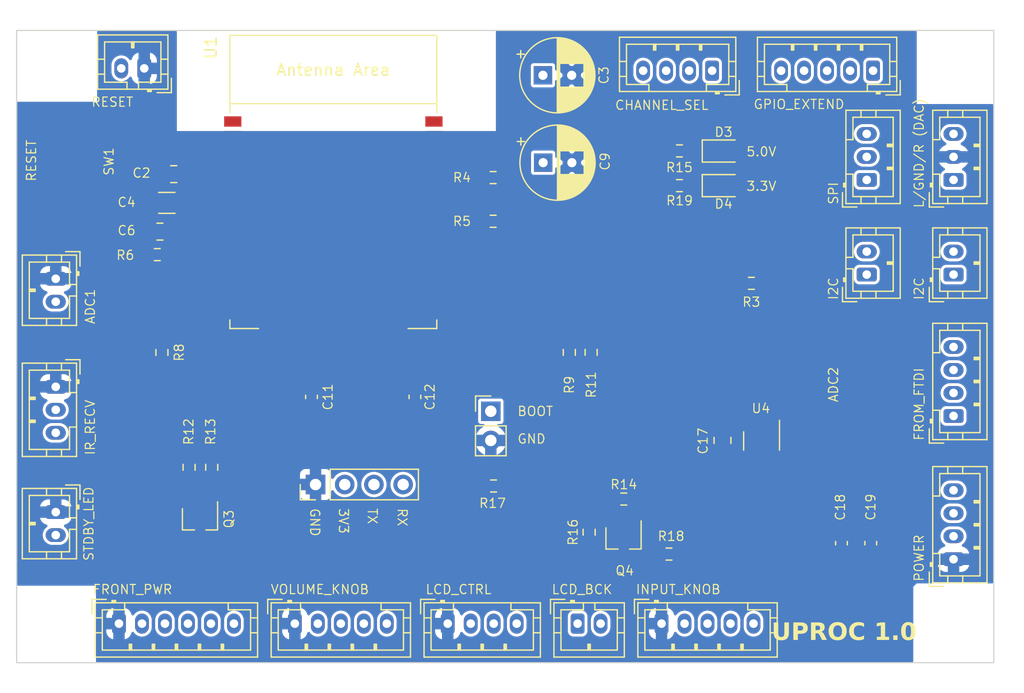
<source format=kicad_pcb>
(kicad_pcb (version 20240108) (generator "pcbnew") (generator_version "8.0")
  (layers (0 "F.Cu" signal) (31 "B.Cu" signal) (34 "B.Paste" user) (35 "F.Paste" user) (36 "B.SilkS" user "B.Silkscreen") (37 "F.SilkS" user "F.Silkscreen") (38 "B.Mask" user) (39 "F.Mask" user) (44 "Edge.Cuts" user))
  (net 0 "")
  (net 1 "GND")
  (net 2 "3V3")
  (net 3 "SCL")
  (net 4 "SDA")
  (net 5 "5V")
  (net 6 "SDA_5V")
  (net 7 "SCL_5V")
  (net 8 "POWER_LED")
  (net 9 "POWER_BUTTON")
  (net 10 "BACKLIGHT")
  (net 11 "TO_BACKLIGHT")
  (net 12 "TO_POWER_LED")
  (net 13 "VOLUME_BUTTON")
  (net 14 "INPUT_BUTTON")
  (net 15 "Net-(D3-A)")
  (net 16 "Net-(D4-A)")
  (net 17 "Net-(J16-Pin_2)")
  (net 18 "Net-(Q3-B)")
  (net 19 "Net-(Q4-B)")
  (net 20 "RX")
  (net 21 "TX")
  (net 22 "ENABLE")
  (net 23 "VOL_CH1")
  (net 24 "VOL_CH2")
  (net 25 "INPUT_CH1")
  (net 26 "INPUT_CH2")
  (net 27 "FRONT_LED")
  (net 28 "BOOT")
  (net 35 "FROM_POWER_LED")
  (net 37 "FROM_BACKLIGHT")
  (net 38 "AGND")
  (net 39 "GPIO_INTA")
  (net 40 "GPIO_INTB")
  (net 41 "GPIO_RESET")
  (net 42 "ADC1")
  (net 43 "IR_RECV")
  (net 44 "SPI_MISO")
  (net 45 "SPI_MOSI")
  (net 46 "SPI_CLK")
  (net 47 "CHANSEL_CS")
  (net 48 "DAC_1")
  (net 49 "DAC_2")
  (footprint "Connector_JST:JST_PH_B6B-PH-K_1x06_P2.00mm_Vertical" (layer "F.Cu") (at 97.8 114.6)
    (property "Reference" "J17" (hide yes))
    (property "Value" "Conn_01x06_Male")
    (pad "1" thru_hole roundrect (at 0 0) (size 1.2 1.75) (drill 0.75) (layers "*.Cu" "*.Mask") (roundrect_rratio 0.2083333333) (net 1 "GND"))
    (pad "2" thru_hole oval (at 2 0) (size 1.2 1.75) (drill 0.75) (layers "*.Cu" "*.Mask") (net 2 "3V3"))
    (pad "3" thru_hole oval (at 4 0) (size 1.2 1.75) (drill 0.75) (layers "*.Cu" "*.Mask") (net 5 "5V"))
    (pad "4" thru_hole oval (at 6 0) (size 1.2 1.75) (drill 0.75) (layers "*.Cu" "*.Mask") (net 12 "TO_POWER_LED"))
    (pad "5" thru_hole oval (at 8 0) (size 1.2 1.75) (drill 0.75) (layers "*.Cu" "*.Mask") (net 35 "FROM_POWER_LED"))
    (pad "6" thru_hole oval (at 10 0) (size 1.2 1.75) (drill 0.75) (layers "*.Cu" "*.Mask") (net 9 "POWER_BUTTON"))
  )
  (footprint "MountingHole:MountingHole_3.2mm_M3" (layer "F.Cu") (at 171.4 115.5)
    (property "Reference" "H2" (hide yes))
    (property "Value" "MountingHole")
    (pad "" np_thru_hole circle (at 0 0) (size 3.2 3.2) (drill 3.2) (layers "*.Cu" "*.Mask"))
  )
  (footprint "Capacitor_THT:CP_Radial_D6.3mm_P2.50mm" (layer "F.Cu") (at 134.7 74.5)
    (property "Reference" "C9" (at 5.3824 -0.1 90) (layer "F.SilkS") (effects (font (size 0.8 0.8) (thickness 0.1))))
    (property "Value" "10V 220u")
    (pad "1" thru_hole rect (at 0 0) (size 1.6 1.6) (drill 0.8) (layers "*.Cu" "*.Mask") (net 2 "3V3"))
    (pad "2" thru_hole circle (at 2.5 0) (size 1.6 1.6) (drill 0.8) (layers "*.Cu" "*.Mask") (net 1 "GND"))
  )
  (footprint "Package_TO_SOT_SMD:TSOT-23" (layer "F.Cu") (at 104.87 105.5 -90)
    (property "Reference" "Q3" (at 0.0025 -2.5 90) (layer "F.SilkS") (effects (font (size 0.8 0.8) (thickness 0.1))))
    (property "Value" "2N3055")
    (pad "1" smd rect (at -1.31 -0.95 270) (size 1.22 0.65) (layers "F.Cu" "F.Paste" "F.Mask") (net 18 "Net-(Q3-B)"))
    (pad "2" smd rect (at -1.31 0.95 270) (size 1.22 0.65) (layers "F.Cu" "F.Paste" "F.Mask") (net 1 "GND"))
    (pad "3" smd rect (at 1.31 0 270) (size 1.22 0.65) (layers "F.Cu" "F.Paste" "F.Mask") (net 35 "FROM_POWER_LED"))
  )
  (footprint "Capacitor_SMD:C_0603_1608Metric_Pad1.08x0.95mm_HandSolder" (layer "F.Cu") (at 114.5475 94.88 -90)
    (property "Reference" "C11" (at 0 -1.43 90) (layer "F.SilkS") (effects (font (size 0.8 0.8) (thickness 0.1))))
    (property "Value" "10N")
    (pad "1" smd roundrect (at -0.8625 0 270) (size 1.075 0.95) (layers "F.Cu" "F.Paste" "F.Mask") (net 1 "GND"))
    (pad "2" smd roundrect (at 0.8625 0 270) (size 1.075 0.95) (layers "F.Cu" "F.Paste" "F.Mask") (net 23 "VOL_CH1"))
  )
  (footprint "PCM_Espressif:ESP32-WROOM-32E" (layer "F.Cu") (at 116.45 77.93)
    (property "Reference" "U1" (at -10.65 -13.43 90) (layer "F.SilkS"))
    (property "Value" "ESP32-WROOM-32")
    (fp_text user "Antenna Area" (at 0 -11.5 0) (layer "F.SilkS"))
    (pad "1" smd rect (at -8.75 -7.01) (size 1.5 0.9) (layers "F.Cu" "F.Paste" "F.Mask") (net 1 "GND"))
    (pad "2" smd rect (at -8.75 -5.74) (size 1.5 0.9) (layers "F.Cu" "F.Paste" "F.Mask") (net 2 "3V3"))
    (pad "3" smd rect (at -8.75 -4.47) (size 1.5 0.9) (layers "F.Cu" "F.Paste" "F.Mask") (net 22 "ENABLE"))
    (pad "4" smd rect (at -8.75 -3.2) (size 1.5 0.9) (layers "F.Cu" "F.Paste" "F.Mask") (net 42 "ADC1"))
    (pad "5" smd rect (at -8.75 -1.93) (size 1.5 0.9) (layers "F.Cu" "F.Paste" "F.Mask") (net 43 "IR_RECV"))
    (pad "6" smd rect (at -8.75 -0.66) (size 1.5 0.9) (layers "F.Cu" "F.Paste" "F.Mask") (net 39 "GPIO_INTA"))
    (pad "7" smd rect (at -8.75 0.61) (size 1.5 0.9) (layers "F.Cu" "F.Paste" "F.Mask") (net 40 "GPIO_INTB"))
    (pad "8" smd rect (at -8.75 1.88) (size 1.5 0.9) (layers "F.Cu" "F.Paste" "F.Mask") (net 9 "POWER_BUTTON"))
    (pad "9" smd rect (at -8.75 3.15) (size 1.5 0.9) (layers "F.Cu" "F.Paste" "F.Mask") (net 41 "GPIO_RESET"))
    (pad "10" smd rect (at -8.75 4.42) (size 1.5 0.9) (layers "F.Cu" "F.Paste" "F.Mask") (net 48 "DAC_1"))
    (pad "11" smd rect (at -8.75 5.69) (size 1.5 0.9) (layers "F.Cu" "F.Paste" "F.Mask") (net 49 "DAC_2"))
    (pad "12" smd rect (at -8.75 6.96) (size 1.5 0.9) (layers "F.Cu" "F.Paste" "F.Mask") (net 27 "FRONT_LED"))
    (pad "13" smd rect (at -8.75 8.23) (size 1.5 0.9) (layers "F.Cu" "F.Paste" "F.Mask") (net 8 "POWER_LED"))
    (pad "14" smd rect (at -8.75 9.5) (size 1.5 0.9) (layers "F.Cu" "F.Paste" "F.Mask") (net 13 "VOLUME_BUTTON"))
    (pad "15" smd rect (at -5.72 10.75 90) (size 1.5 0.9) (layers "F.Cu" "F.Paste" "F.Mask") (net 1 "GND"))
    (pad "16" smd rect (at -4.45 10.75 90) (size 1.5 0.9) (layers "F.Cu" "F.Paste" "F.Mask") (net 23 "VOL_CH1"))
    (pad "17" smd rect (at -3.18 10.75 90) (size 1.5 0.9) (layers "F.Cu" "F.Paste" "F.Mask"))
    (pad "18" smd rect (at -1.91 10.75 90) (size 1.5 0.9) (layers "F.Cu" "F.Paste" "F.Mask"))
    (pad "19" smd rect (at -0.64 10.75 90) (size 1.5 0.9) (layers "F.Cu" "F.Paste" "F.Mask"))
    (pad "20" smd rect (at 0.63 10.75 90) (size 1.5 0.9) (layers "F.Cu" "F.Paste" "F.Mask"))
    (pad "21" smd rect (at 1.9 10.75 90) (size 1.5 0.9) (layers "F.Cu" "F.Paste" "F.Mask"))
    (pad "22" smd rect (at 3.17 10.75 90) (size 1.5 0.9) (layers "F.Cu" "F.Paste" "F.Mask"))
    (pad "23" smd rect (at 4.44 10.75 90) (size 1.5 0.9) (layers "F.Cu" "F.Paste" "F.Mask") (net 24 "VOL_CH2"))
    (pad "24" smd rect (at 5.71 10.75 90) (size 1.5 0.9) (layers "F.Cu" "F.Paste" "F.Mask") (net 10 "BACKLIGHT"))
    (pad "25" smd rect (at 8.75 9.5 180) (size 1.5 0.9) (layers "F.Cu" "F.Paste" "F.Mask") (net 28 "BOOT"))
    (pad "26" smd rect (at 8.75 8.23 180) (size 1.5 0.9) (layers "F.Cu" "F.Paste" "F.Mask") (net 25 "INPUT_CH1"))
    (pad "27" smd rect (at 8.75 6.96 180) (size 1.5 0.9) (layers "F.Cu" "F.Paste" "F.Mask") (net 26 "INPUT_CH2"))
    (pad "28" smd rect (at 8.75 5.69 180) (size 1.5 0.9) (layers "F.Cu" "F.Paste" "F.Mask") (net 14 "INPUT_BUTTON"))
    (pad "29" smd rect (at 8.75 4.42 180) (size 1.5 0.9) (layers "F.Cu" "F.Paste" "F.Mask") (net 47 "CHANSEL_CS"))
    (pad "30" smd rect (at 8.75 3.15 180) (size 1.5 0.9) (layers "F.Cu" "F.Paste" "F.Mask") (net 46 "SPI_CLK"))
    (pad "31" smd rect (at 8.75 1.88 180) (size 1.5 0.9) (layers "F.Cu" "F.Paste" "F.Mask") (net 44 "SPI_MISO"))
    (pad "32" smd rect (at 8.75 0.61 180) (size 1.5 0.9) (layers "F.Cu" "F.Paste" "F.Mask"))
    (pad "33" smd rect (at 8.75 -0.66 180) (size 1.5 0.9) (layers "F.Cu" "F.Paste" "F.Mask") (net 4 "SDA"))
    (pad "34" smd rect (at 8.75 -1.93 180) (size 1.5 0.9) (layers "F.Cu" "F.Paste" "F.Mask") (net 20 "RX"))
    (pad "35" smd rect (at 8.75 -3.2 180) (size 1.5 0.9) (layers "F.Cu" "F.Paste" "F.Mask") (net 21 "TX"))
    (pad "36" smd rect (at 8.75 -4.47 180) (size 1.5 0.9) (layers "F.Cu" "F.Paste" "F.Mask") (net 3 "SCL"))
    (pad "37" smd rect (at 8.75 -5.74 180) (size 1.5 0.9) (layers "F.Cu" "F.Paste" "F.Mask") (net 45 "SPI_MOSI"))
    (pad "38" smd rect (at 8.75 -7.01 180) (size 1.5 0.9) (layers "F.Cu" "F.Paste" "F.Mask") (net 1 "GND"))
    (pad "39" smd rect (at -2.9 -0.69 180) (size 0.9 0.9) (layers "F.Cu" "F.Paste" "F.Mask") (net 1 "GND"))
    (pad "39" smd rect (at -2.9 -0.69 180) (size 0.9 0.9) (layers "F.Cu" "F.Paste" "F.Mask") (net 1 "GND"))
    (pad "39" smd rect (at -2.9 0.71 180) (size 0.9 0.9) (layers "F.Cu" "F.Paste" "F.Mask") (net 1 "GND"))
    (pad "39" smd rect (at -2.9 2.11 180) (size 0.9 0.9) (layers "F.Cu" "F.Paste" "F.Mask") (net 1 "GND"))
    (pad "39" smd rect (at -2.9 2.11 180) (size 0.9 0.9) (layers "F.Cu" "F.Paste" "F.Mask") (net 1 "GND"))
    (pad "39" smd rect (at -1.5 -0.69 180) (size 0.9 0.9) (layers "F.Cu" "F.Paste" "F.Mask") (net 1 "GND"))
    (pad "39" smd rect (at -1.5 0.71 180) (size 0.9 0.9) (layers "F.Cu" "F.Paste" "F.Mask") (net 1 "GND"))
    (pad "39" smd rect (at -1.5 2.11 180) (size 0.9 0.9) (layers "F.Cu" "F.Paste" "F.Mask") (net 1 "GND"))
    (pad "39" smd rect (at -1.5 2.11 180) (size 0.9 0.9) (layers "F.Cu" "F.Paste" "F.Mask") (net 1 "GND"))
    (pad "39" smd rect (at -0.1 -0.69 180) (size 0.9 0.9) (layers "F.Cu" "F.Paste" "F.Mask") (net 1 "GND"))
    (pad "39" smd rect (at -0.1 0.71 180) (size 0.9 0.9) (layers "F.Cu" "F.Paste" "F.Mask") (net 1 "GND"))
    (pad "39" smd rect (at -0.1 2.11 180) (size 0.9 0.9) (layers "F.Cu" "F.Paste" "F.Mask") (net 1 "GND"))
    (zone (net 0) (net_name "") (layers "*.Cu") (name "antenna keepout") (connect_pads (clearance 0)) (min_thickness 0.254)
      (keepout (tracks not_allowed) (vias not_allowed) (pads not_allowed) (copperpour not_allowed) (footprints not_allowed))
      (fill (thermal_gap 0.508) (thermal_bridge_width 0.508))
      (polygon (pts (xy 125.45 69.38) (xy 107.45 69.38) (xy 107.45 63.43) (xy 125.45 63.43)))
    )
  )
  (footprint "MountingHole:MountingHole_3.2mm_M3" (layer "F.Cu") (at 91.4 65.5 90)
    (property "Reference" "H1" (hide yes))
    (property "Value" "MountingHole")
    (pad "" np_thru_hole circle (at 0 0 90) (size 3.2 3.2) (drill 3.2) (layers "*.Cu" "*.Mask"))
  )
  (footprint "Capacitor_SMD:C_0603_1608Metric_Pad1.08x0.95mm_HandSolder" (layer "F.Cu") (at 160.65 107.6 90)
    (property "Reference" "C18" (at 3.1225 -0.1025 90) (layer "F.SilkS") (effects (font (size 0.8 0.8) (thickness 0.1))))
    (property "Value" "10N")
    (pad "1" smd roundrect (at -0.8625 0 90) (size 1.075 0.95) (layers "F.Cu" "F.Paste" "F.Mask") (net 1 "GND"))
    (pad "2" smd roundrect (at 0.8625 0 90) (size 1.075 0.95) (layers "F.Cu" "F.Paste" "F.Mask") (net 25 "INPUT_CH1"))
  )
  (footprint "Resistor_SMD:R_0603_1608Metric_Pad0.98x0.95mm_HandSolder" (layer "F.Cu") (at 130.35 75.8 180)
    (property "Reference" "R4" (at 2.7125 0 0) (layer "F.SilkS") (effects (font (size 0.8 0.8) (thickness 0.1))))
    (property "Value" "10K")
    (pad "1" smd roundrect (at -0.9125 0 180) (size 0.975 0.95) (layers "F.Cu" "F.Paste" "F.Mask") (net 2 "3V3"))
    (pad "2" smd roundrect (at 0.9125 0 180) (size 0.975 0.95) (layers "F.Cu" "F.Paste" "F.Mask") (net 3 "SCL"))
  )
  (footprint "MountingHole:MountingHole_3.2mm_M3" (layer "F.Cu") (at 91.4 115.5 90)
    (property "Reference" "H4" (hide yes))
    (property "Value" "MountingHole")
    (pad "" np_thru_hole circle (at 0 0 90) (size 3.2 3.2) (drill 3.2) (layers "*.Cu" "*.Mask"))
  )
  (footprint "Connector_JST:JST_PH_B5B-PH-K_1x05_P2.00mm_Vertical" (layer "F.Cu") (at 163.4 66.5 180)
    (property "Reference" "J2" (hide yes))
    (property "Value" "Conn_01x05_Pin")
    (pad "1" thru_hole roundrect (at 0 0 180) (size 1.2 1.75) (drill 0.75) (layers "*.Cu" "*.Mask") (roundrect_rratio 0.208333) (net 3 "SCL"))
    (pad "2" thru_hole oval (at 2 0 180) (size 1.2 1.75) (drill 0.75) (layers "*.Cu" "*.Mask") (net 4 "SDA"))
    (pad "3" thru_hole oval (at 4 0 180) (size 1.2 1.75) (drill 0.75) (layers "*.Cu" "*.Mask") (net 39 "GPIO_INTA"))
    (pad "4" thru_hole oval (at 6 0 180) (size 1.2 1.75) (drill 0.75) (layers "*.Cu" "*.Mask") (net 40 "GPIO_INTB"))
    (pad "5" thru_hole oval (at 8 0 180) (size 1.2 1.75) (drill 0.75) (layers "*.Cu" "*.Mask") (net 41 "GPIO_RESET"))
  )
  (footprint "Capacitor_SMD:C_0805_2012Metric_Pad1.18x1.45mm_HandSolder" (layer "F.Cu") (at 101.3625 80.5)
    (property "Reference" "C6" (at -2.9 -0.1 0) (layer "F.SilkS") (effects (font (size 0.8 0.8) (thickness 0.1))))
    (property "Value" "0.1U")
    (pad "1" smd roundrect (at -1.0375 0) (size 1.175 1.45) (layers "F.Cu" "F.Paste" "F.Mask") (roundrect_rratio 0.2127659574) (net 1 "GND"))
    (pad "2" smd roundrect (at 1.0375 0) (size 1.175 1.45) (layers "F.Cu" "F.Paste" "F.Mask") (roundrect_rratio 0.2127659574) (net 22 "ENABLE"))
  )
  (footprint "Connector_JST:JST_PH_B2B-PH-K_1x02_P2.00mm_Vertical" (layer "F.Cu") (at 100 66.3 180)
    (property "Reference" "J1" (hide yes))
    (property "Value" "Conn_01x02_Male")
    (pad "1" thru_hole roundrect (at 0 0 180) (size 1.2 1.75) (drill 0.75) (layers "*.Cu" "*.Mask") (roundrect_rratio 0.2083333333) (net 1 "GND"))
    (pad "2" thru_hole oval (at 2 0 180) (size 1.2 1.75) (drill 0.75) (layers "*.Cu" "*.Mask") (net 22 "ENABLE"))
  )
  (footprint "Capacitor_SMD:C_1206_3216Metric_Pad1.33x1.80mm_HandSolder" (layer "F.Cu") (at 101.9625 78 180)
    (property "Reference" "C4" (at 3.5 0.05 0) (layer "F.SilkS") (effects (font (size 0.8 0.8) (thickness 0.1))))
    (property "Value" "10U")
    (pad "1" smd roundrect (at -1.5625 0 180) (size 1.325 1.8) (layers "F.Cu" "F.Paste" "F.Mask") (roundrect_rratio 0.1886792453) (net 2 "3V3"))
    (pad "2" smd roundrect (at 1.5625 0 180) (size 1.325 1.8) (layers "F.Cu" "F.Paste" "F.Mask") (roundrect_rratio 0.1886792453) (net 1 "GND"))
  )
  (footprint "Connector_JST:JST_PH_B4B-PH-K_1x04_P2.00mm_Vertical" (layer "F.Cu") (at 170.4 96.5349 90)
    (property "Reference" "J14" (hide yes))
    (property "Value" "Conn_01x04_Pin")
    (pad "1" thru_hole roundrect (at 0 0 90) (size 1.2 1.75) (drill 0.75) (layers "*.Cu" "*.Mask") (roundrect_rratio 0.208333) (net 20 "RX"))
    (pad "2" thru_hole oval (at 2 0 90) (size 1.2 1.75) (drill 0.75) (layers "*.Cu" "*.Mask") (net 21 "TX"))
    (pad "3" thru_hole oval (at 4 0 90) (size 1.2 1.75) (drill 0.75) (layers "*.Cu" "*.Mask") (net 22 "ENABLE"))
    (pad "4" thru_hole oval (at 6 0 90) (size 1.2 1.75) (drill 0.75) (layers "*.Cu" "*.Mask") (net 28 "BOOT"))
  )
  (footprint "Resistor_SMD:R_0603_1608Metric_Pad0.98x0.95mm_HandSolder" (layer "F.Cu") (at 105.87 101 90)
    (property "Reference" "R13" (at 3.1 -0.1 90) (layer "F.SilkS") (effects (font (size 0.8 0.8) (thickness 0.1))))
    (property "Value" "1K")
    (pad "1" smd roundrect (at -0.9125 0 90) (size 0.975 0.95) (layers "F.Cu" "F.Paste" "F.Mask") (net 8 "POWER_LED"))
    (pad "2" smd roundrect (at 0.9125 0 90) (size 0.975 0.95) (layers "F.Cu" "F.Paste" "F.Mask") (net 18 "Net-(Q3-B)"))
  )
  (footprint "Resistor_SMD:R_0603_1608Metric_Pad0.98x0.95mm_HandSolder" (layer "F.Cu") (at 103.9 101 -90)
    (property "Reference" "R12" (at -3.1 0.03 90) (layer "F.SilkS") (effects (font (size 0.8 0.8) (thickness 0.1))))
    (property "Value" "700R")
    (pad "1" smd roundrect (at -0.9125 0 270) (size 0.975 0.95) (layers "F.Cu" "F.Paste" "F.Mask") (net 12 "TO_POWER_LED"))
    (pad "2" smd roundrect (at 0.9125 0 270) (size 0.975 0.95) (layers "F.Cu" "F.Paste" "F.Mask") (net 5 "5V"))
  )
  (footprint "LED_SMD:LED_0805_2012Metric_Pad1.15x1.40mm_HandSolder" (layer "F.Cu") (at 150.4 73.49)
    (property "Reference" "D3" (at 0 -1.65 0) (layer "F.SilkS") (effects (font (size 0.8 0.8) (thickness 0.1))))
    (property "Value" "ORANGE")
    (pad "1" smd roundrect (at -1.025 0) (size 1.15 1.4) (layers "F.Cu" "F.Paste" "F.Mask") (roundrect_rratio 0.2173913043) (net 1 "GND"))
    (pad "2" smd roundrect (at 1.025 0) (size 1.15 1.4) (layers "F.Cu" "F.Paste" "F.Mask") (roundrect_rratio 0.2173913043) (net 15 "Net-(D3-A)"))
  )
  (footprint "Capacitor_THT:CP_Radial_D6.3mm_P2.50mm" (layer "F.Cu") (at 134.6824 66.9)
    (property "Reference" "C3" (at 5.3 0 90) (layer "F.SilkS") (effects (font (size 0.8 0.8) (thickness 0.1))))
    (property "Value" "10V 220u")
    (pad "1" thru_hole rect (at 0 0) (size 1.6 1.6) (drill 0.8) (layers "*.Cu" "*.Mask") (net 5 "5V"))
    (pad "2" thru_hole circle (at 2.5 0) (size 1.6 1.6) (drill 0.8) (layers "*.Cu" "*.Mask") (net 1 "GND"))
  )
  (footprint "Resistor_SMD:R_0603_1608Metric_Pad0.98x0.95mm_HandSolder" (layer "F.Cu") (at 101.1325 82.5)
    (property "Reference" "R6" (at -2.78 0.05 0) (layer "F.SilkS") (effects (font (size 0.8 0.8) (thickness 0.1))))
    (property "Value" "4.7K")
    (pad "1" smd roundrect (at -0.9125 0) (size 0.975 0.95) (layers "F.Cu" "F.Paste" "F.Mask") (net 2 "3V3"))
    (pad "2" smd roundrect (at 0.9125 0) (size 0.975 0.95) (layers "F.Cu" "F.Paste" "F.Mask") (net 22 "ENABLE"))
  )
  (footprint "Capacitor_SMD:C_0805_2012Metric_Pad1.18x1.45mm_HandSolder" (layer "F.Cu") (at 150.3 98.6625 90)
    (property "Reference" "C17" (at -0.05 -1.7 90) (layer "F.SilkS") (effects (font (size 0.8 0.8) (thickness 0.1))))
    (property "Value" "100n")
    (pad "1" smd roundrect (at -1.0375 0 90) (size 1.175 1.45) (layers "F.Cu" "F.Paste" "F.Mask") (roundrect_rratio 0.2127659574) (net 2 "3V3"))
    (pad "2" smd roundrect (at 1.0375 0 90) (size 1.175 1.45) (layers "F.Cu" "F.Paste" "F.Mask") (roundrect_rratio 0.2127659574) (net 1 "GND"))
  )
  (footprint "Connector_PinHeader_2.54mm:PinHeader_1x04_P2.54mm_Vertical" (layer "F.Cu") (at 114.9 102.5 90)
    (property "Reference" "J23" (hide yes))
    (property "Value" "Conn_01x04_Pin")
    (pad "1" thru_hole rect (at 0 0 90) (size 1.7 1.7) (drill 1) (layers "*.Cu" "*.Mask") (net 1 "GND"))
    (pad "2" thru_hole oval (at 0 2.54 90) (size 1.7 1.7) (drill 1) (layers "*.Cu" "*.Mask") (net 2 "3V3"))
    (pad "3" thru_hole oval (at 0 5.08 90) (size 1.7 1.7) (drill 1) (layers "*.Cu" "*.Mask") (net 21 "TX"))
    (pad "4" thru_hole oval (at 0 7.62 90) (size 1.7 1.7) (drill 1) (layers "*.Cu" "*.Mask") (net 20 "RX"))
  )
  (footprint "Package_TO_SOT_SMD:SOT-23-6" (layer "F.Cu") (at 153.7 98.7125 -90)
    (property "Reference" "U4" (at -2.835 0.0525 0) (layer "F.SilkS") (effects (font (size 0.8 0.8) (thickness 0.1))))
    (property "Value" "TMP100")
    (pad "1" smd roundrect (at -1.1375 -0.95 270) (size 1.325 0.6) (layers "F.Cu" "F.Paste" "F.Mask") (net 3 "SCL"))
    (pad "2" smd roundrect (at -1.1375 0 270) (size 1.325 0.6) (layers "F.Cu" "F.Paste" "F.Mask") (net 1 "GND"))
    (pad "3" smd roundrect (at -1.1375 0.95 270) (size 1.325 0.6) (layers "F.Cu" "F.Paste" "F.Mask") (net 1 "GND"))
    (pad "4" smd roundrect (at 1.1375 0.95 270) (size 1.325 0.6) (layers "F.Cu" "F.Paste" "F.Mask") (net 2 "3V3"))
    (pad "5" smd roundrect (at 1.1375 0 270) (size 1.325 0.6) (layers "F.Cu" "F.Paste" "F.Mask") (net 1 "GND"))
    (pad "6" smd roundrect (at 1.1375 -0.95 270) (size 1.325 0.6) (layers "F.Cu" "F.Paste" "F.Mask") (net 4 "SDA"))
  )
  (footprint "Resistor_SMD:R_0603_1608Metric_Pad0.98x0.95mm_HandSolder" (layer "F.Cu") (at 138.7 106.648 90)
    (property "Reference" "R16" (at 0 -1.402988 90) (layer "F.SilkS") (effects (font (size 0.8 0.8) (thickness 0.1))))
    (property "Value" "4.7K")
    (pad "1" smd roundrect (at -0.9125 0 90) (size 0.975 0.95) (layers "F.Cu" "F.Paste" "F.Mask") (net 10 "BACKLIGHT"))
    (pad "2" smd roundrect (at 0.9125 0 90) (size 0.975 0.95) (layers "F.Cu" "F.Paste" "F.Mask") (net 1 "GND"))
  )
  (footprint "Capacitor_SMD:C_0805_2012Metric_Pad1.18x1.45mm_HandSolder" (layer "F.Cu") (at 102.5625 75.5 180)
    (property "Reference" "C2" (at 2.8 0.1 0) (layer "F.SilkS") (effects (font (size 0.8 0.8) (thickness 0.1))))
    (property "Value" "10N")
    (pad "1" smd roundrect (at -1.0375 0 180) (size 1.175 1.45) (layers "F.Cu" "F.Paste" "F.Mask") (roundrect_rratio 0.2127659574) (net 2 "3V3"))
    (pad "2" smd roundrect (at 1.0375 0 180) (size 1.175 1.45) (layers "F.Cu" "F.Paste" "F.Mask") (roundrect_rratio 0.2127659574) (net 1 "GND"))
  )
  (footprint "Resistor_SMD:R_0603_1608Metric_Pad0.98x0.95mm_HandSolder" (layer "F.Cu") (at 130.35 79.6 180)
    (property "Reference" "R5" (at 2.7125 0 0) (layer "F.SilkS") (effects (font (size 0.8 0.8) (thickness 0.1))))
    (property "Value" "10K")
    (pad "1" smd roundrect (at -0.9125 0 180) (size 0.975 0.95) (layers "F.Cu" "F.Paste" "F.Mask") (net 2 "3V3"))
    (pad "2" smd roundrect (at 0.9125 0 180) (size 0.975 0.95) (layers "F.Cu" "F.Paste" "F.Mask") (net 4 "SDA"))
  )
  (footprint "Resistor_SMD:R_0603_1608Metric_Pad0.98x0.95mm_HandSolder" (layer "F.Cu") (at 130.3875 102.6275)
    (property "Reference" "R17" (at -0.0875 1.5 0) (layer "F.SilkS") (effects (font (size 0.8 0.8) (thickness 0.1))))
    (property "Value" "4.7K")
    (pad "1" smd roundrect (at -0.9125 0) (size 0.975 0.95) (layers "F.Cu" "F.Paste" "F.Mask") (net 2 "3V3"))
    (pad "2" smd roundrect (at 0.9125 0) (size 0.975 0.95) (layers "F.Cu" "F.Paste" "F.Mask") (net 28 "BOOT"))
  )
  (footprint "Connector_JST:JST_PH_B2B-PH-K_1x02_P2.00mm_Vertical" (layer "F.Cu") (at 162.85 84.2362 90)
    (property "Reference" "J8" (hide yes))
    (property "Value" "Conn_01x02_Male")
    (pad "1" thru_hole roundrect (at 0 0 90) (size 1.2 1.75) (drill 0.75) (layers "*.Cu" "*.Mask") (roundrect_rratio 0.208333) (net 3 "SCL"))
    (pad "2" thru_hole oval (at 2 0 90) (size 1.2 1.75) (drill 0.75) (layers "*.Cu" "*.Mask") (net 4 "SDA"))
  )
  (footprint "Resistor_SMD:R_0603_1608Metric_Pad0.98x0.95mm_HandSolder" (layer "F.Cu") (at 152.8125 85 180)
    (property "Reference" "R3" (at 0 -1.6275 0) (layer "F.SilkS") (effects (font (size 0.8 0.8) (thickness 0.1))))
    (property "Value" "4.7K")
    (pad "1" smd roundrect (at -0.9125 0 180) (size 0.975 0.95) (layers "F.Cu" "F.Paste" "F.Mask") (net 1 "GND"))
    (pad "2" smd roundrect (at 0.9125 0 180) (size 0.975 0.95) (layers "F.Cu" "F.Paste" "F.Mask") (net 41 "GPIO_RESET"))
  )
  (footprint "Connector_JST:JST_PH_B4B-PH-K_1x04_P2.00mm_Vertical" (layer "F.Cu") (at 126.4 114.6)
    (property "Reference" "J19" (hide yes))
    (property "Value" "Conn_01x04_Pin")
    (pad "1" thru_hole roundrect (at 0 0) (size 1.2 1.75) (drill 0.75) (layers "*.Cu" "*.Mask") (roundrect_rratio 0.208333) (net 1 "GND"))
    (pad "2" thru_hole oval (at 2 0) (size 1.2 1.75) (drill 0.75) (layers "*.Cu" "*.Mask") (net 5 "5V"))
    (pad "3" thru_hole oval (at 4 0) (size 1.2 1.75) (drill 0.75) (layers "*.Cu" "*.Mask") (net 6 "SDA_5V"))
    (pad "4" thru_hole oval (at 6 0) (size 1.2 1.75) (drill 0.75) (layers "*.Cu" "*.Mask") (net 7 "SCL_5V"))
  )
  (footprint "Connector_JST:JST_PH_B2B-PH-K_1x02_P2.00mm_Vertical" (layer "F.Cu") (at 137.7 114.6)
    (property "Reference" "J20" (hide yes))
    (property "Value" "Conn_01x02_Male")
    (pad "1" thru_hole roundrect (at 0 0) (size 1.2 1.75) (drill 0.75) (layers "*.Cu" "*.Mask") (roundrect_rratio 0.208333) (net 11 "TO_BACKLIGHT"))
    (pad "2" thru_hole oval (at 2 0) (size 1.2 1.75) (drill 0.75) (layers "*.Cu" "*.Mask") (net 37 "FROM_BACKLIGHT"))
  )
  (footprint "Connector_JST:JST_PH_B3B-PH-K_1x03_P2.00mm_Vertical" (layer "F.Cu") (at 162.85 76 90)
    (property "Reference" "J13" (hide yes))
    (property "Value" "Conn_01x03_Pin")
    (pad "1" thru_hole roundrect (at 0 0 90) (size 1.2 1.75) (drill 0.75) (layers "*.Cu" "*.Mask") (roundrect_rratio 0.208333) (net 44 "SPI_MISO"))
    (pad "2" thru_hole oval (at 2 0 90) (size 1.2 1.75) (drill 0.75) (layers "*.Cu" "*.Mask") (net 45 "SPI_MOSI"))
    (pad "3" thru_hole oval (at 4 0 90) (size 1.2 1.75) (drill 0.75) (layers "*.Cu" "*.Mask") (net 46 "SPI_CLK"))
  )
  (footprint "Resistor_SMD:R_0603_1608Metric_Pad0.98x0.95mm_HandSolder" (layer "F.Cu") (at 136.9752 91.0034 90)
    (property "Reference" "R9" (at -2.829072 0.000795 90) (layer "F.SilkS") (effects (font (size 0.8 0.8) (thickness 0.1))))
    (property "Value" "10K")
    (pad "1" smd roundrect (at -0.9125 0 90) (size 0.975 0.95) (layers "F.Cu" "F.Paste" "F.Mask") (net 5 "5V"))
    (pad "2" smd roundrect (at 0.9125 0 90) (size 0.975 0.95) (layers "F.Cu" "F.Paste" "F.Mask") (net 6 "SDA_5V"))
  )
  (footprint "Package_TO_SOT_SMD:TSOT-23" (layer "F.Cu") (at 141.7139 107.1634 -90)
    (property "Reference" "Q4" (at 2.836565 -0.083103 0) (layer "F.SilkS") (effects (font (size 0.8 0.8) (thickness 0.1))))
    (property "Value" "2N3055")
    (pad "1" smd rect (at -1.31 -0.95 270) (size 1.22 0.65) (layers "F.Cu" "F.Paste" "F.Mask") (net 19 "Net-(Q4-B)"))
    (pad "2" smd rect (at -1.31 0.95 270) (size 1.22 0.65) (layers "F.Cu" "F.Paste" "F.Mask") (net 1 "GND"))
    (pad "3" smd rect (at 1.31 0 270) (size 1.22 0.65) (layers "F.Cu" "F.Paste" "F.Mask") (net 37 "FROM_BACKLIGHT"))
  )
  (footprint "Resistor_SMD:R_0603_1608Metric_Pad0.98x0.95mm_HandSolder" (layer "F.Cu") (at 141.7139 103.7634 180)
    (property "Reference" "R14" (at 0 1.263435 0) (layer "F.SilkS") (effects (font (size 0.8 0.8) (thickness 0.1))))
    (property "Value" "1K")
    (pad "1" smd roundrect (at -0.9125 0 180) (size 0.975 0.95) (layers "F.Cu" "F.Paste" "F.Mask") (net 10 "BACKLIGHT"))
    (pad "2" smd roundrect (at 0.9125 0 180) (size 0.975 0.95) (layers "F.Cu" "F.Paste" "F.Mask") (net 19 "Net-(Q4-B)"))
  )
  (footprint "Connector_JST:JST_PH_B4B-PH-K_1x04_P2.00mm_Vertical" (layer "F.Cu") (at 149.4 66.5 180)
    (property "Reference" "J15" (hide yes))
    (property "Value" "Conn_01x04_Pin")
    (pad "1" thru_hole roundrect (at 0 0 180) (size 1.2 1.75) (drill 0.75) (layers "*.Cu" "*.Mask") (roundrect_rratio 0.208333) (net 44 "SPI_MISO"))
    (pad "2" thru_hole oval (at 2 0 180) (size 1.2 1.75) (drill 0.75) (layers "*.Cu" "*.Mask") (net 45 "SPI_MOSI"))
    (pad "3" thru_hole oval (at 4 0 180) (size 1.2 1.75) (drill 0.75) (layers "*.Cu" "*.Mask") (net 46 "SPI_CLK"))
    (pad "4" thru_hole oval (at 6 0 180) (size 1.2 1.75) (drill 0.75) (layers "*.Cu" "*.Mask") (net 47 "CHANSEL_CS"))
  )
  (footprint "Resistor_SMD:R_0603_1608Metric_Pad0.98x0.95mm_HandSolder" (layer "F.Cu") (at 101.5375 91.0125 90)
    (property "Reference" "R8" (at 0 1.5 90) (layer "F.SilkS") (effects (font (size 0.8 0.8) (thickness 0.1))))
    (property "Value" "75R")
    (pad "1" smd roundrect (at -0.9125 0 90) (size 0.975 0.95) (layers "F.Cu" "F.Paste" "F.Mask") (net 17 "Net-(J16-Pin_2)"))
    (pad "2" smd roundrect (at 0.9125 0 90) (size 0.975 0.95) (layers "F.Cu" "F.Paste" "F.Mask") (net 27 "FRONT_LED"))
  )
  (footprint "Components:Button Aliexpress 4x4" (layer "F.Cu") (at 97.425 74.4 90)
    (property "Reference" "SW1" (at 0 -0.5 90) (layer "F.SilkS") (effects (font (size 0.8 0.8) (thickness 0.1))))
    (property "Value" "SW_Push")
    (pad "1" smd roundrect (at -2.6 -5.8 90) (size 2 1) (layers "F.Cu" "F.Paste" "F.Mask") (net 1 "GND"))
    (pad "1" smd roundrect (at 2.4 -5.8 90) (size 2 1) (layers "F.Cu" "F.Paste" "F.Mask") (net 1 "GND"))
    (pad "2" smd roundrect (at -2.6 -2 90) (size 2 1) (layers "F.Cu" "F.Paste" "F.Mask") (net 22 "ENABLE"))
    (pad "2" smd roundrect (at 2.4 -2 90) (size 2 1) (layers "F.Cu" "F.Paste" "F.Mask") (net 22 "ENABLE"))
  )
  (footprint "Capacitor_SMD:C_0603_1608Metric_Pad1.08x0.95mm_HandSolder" (layer "F.Cu") (at 123.5475 94.88 -90)
    (property "Reference" "C12" (at 0 -1.3 90) (layer "F.SilkS") (effects (font (size 0.8 0.8) (thickness 0.1))))
    (property "Value" "10N")
    (pad "1" smd roundrect (at -0.8625 0 270) (size 1.075 0.95) (layers "F.Cu" "F.Paste" "F.Mask") (net 1 "GND"))
    (pad "2" smd roundrect (at 0.8625 0 270) (size 1.075 0.95) (layers "F.Cu" "F.Paste" "F.Mask") (net 24 "VOL_CH2"))
  )
  (footprint "Capacitor_SMD:C_0603_1608Metric_Pad1.08x0.95mm_HandSolder" (layer "F.Cu") (at 163.2 107.6 90)
    (property "Reference" "C19" (at 3.135 -0.0025 90) (layer "F.SilkS") (effects (font (size 0.8 0.8) (thickness 0.1))))
    (property "Value" "10N")
    (pad "1" smd roundrect (at -0.8625 0 90) (size 1.075 0.95) (layers "F.Cu" "F.Paste" "F.Mask") (net 1 "GND"))
    (pad "2" smd roundrect (at 0.8625 0 90) (size 1.075 0.95) (layers "F.Cu" "F.Paste" "F.Mask") (net 26 "INPUT_CH2"))
  )
  (footprint "Connector_JST:JST_PH_B5B-PH-K_1x05_P2.00mm_Vertical" (layer "F.Cu") (at 145 114.6)
    (property "Reference" "J21" (hide yes))
    (property "Value" "Conn_01x05_Pin")
    (pad "1" thru_hole roundrect (at 0 0) (size 1.2 1.75) (drill 0.75) (layers "*.Cu" "*.Mask") (roundrect_rratio 0.2083333333) (net 1 "GND"))
    (pad "2" thru_hole oval (at 2 0) (size 1.2 1.75) (drill 0.75) (layers "*.Cu" "*.Mask") (net 2 "3V3"))
    (pad "3" thru_hole oval (at 4 0) (size 1.2 1.75) (drill 0.75) (layers "*.Cu" "*.Mask") (net 25 "INPUT_CH1"))
    (pad "4" thru_hole oval (at 6 0) (size 1.2 1.75) (drill 0.75) (layers "*.Cu" "*.Mask") (net 26 "INPUT_CH2"))
    (pad "5" thru_hole oval (at 8 0) (size 1.2 1.75) (drill 0.75) (layers "*.Cu" "*.Mask") (net 14 "INPUT_BUTTON"))
  )
  (footprint "Connector_JST:JST_PH_B5B-PH-K_1x05_P2.00mm_Vertical" (layer "F.Cu") (at 113.1 114.6)
    (property "Reference" "J18" (hide yes))
    (property "Value" "Conn_01x05_Pin")
    (pad "1" thru_hole roundrect (at 0 0) (size 1.2 1.75) (drill 0.75) (layers "*.Cu" "*.Mask") (roundrect_rratio 0.2083333333) (net 1 "GND"))
    (pad "2" thru_hole oval (at 2 0) (size 1.2 1.75) (drill 0.75) (layers "*.Cu" "*.Mask") (net 2 "3V3"))
    (pad "3" thru_hole oval (at 4 0) (size 1.2 1.75) (drill 0.75) (layers "*.Cu" "*.Mask") (net 23 "VOL_CH1"))
    (pad "4" thru_hole oval (at 6 0) (size 1.2 1.75) (drill 0.75) (layers "*.Cu" "*.Mask") (net 24 "VOL_CH2"))
    (pad "5" thru_hole oval (at 8 0) (size 1.2 1.75) (drill 0.75) (layers "*.Cu" "*.Mask") (net 13 "VOLUME_BUTTON"))
  )
  (footprint "Connector_JST:JST_PH_B4B-PH-K_1x04_P2.00mm_Vertical" (layer "F.Cu") (at 170.4 109 90)
    (property "Reference" "J3" (hide yes))
    (property "Value" "Conn_01x04_Pin")
    (pad "1" thru_hole roundrect (at 0 0 90) (size 1.2 1.75) (drill 0.75) (layers "*.Cu" "*.Mask") (roundrect_rratio 0.208333) (net 1 "GND"))
    (pad "2" thru_hole oval (at 2 0 90) (size 1.2 1.75) (drill 0.75) (layers "*.Cu" "*.Mask") (net 2 "3V3"))
    (pad "3" thru_hole oval (at 4 0 90) (size 1.2 1.75) (drill 0.75) (layers "*.Cu" "*.Mask") (net 38 "AGND"))
    (pad "4" thru_hole oval (at 6 0 90) (size 1.2 1.75) (drill 0.75) (layers "*.Cu" "*.Mask") (net 5 "5V"))
  )
  (footprint "Resistor_SMD:R_0603_1608Metric_Pad0.98x0.95mm_HandSolder" (layer "F.Cu") (at 145.647 108.55)
    (property "Reference" "R18" (at 0.183103 -1.55 0) (layer "F.SilkS") (effects (font (size 0.8 0.8) (thickness 0.1))))
    (property "Value" "75R")
    (pad "1" smd roundrect (at -0.9125 0) (size 0.975 0.95) (layers "F.Cu" "F.Paste" "F.Mask") (net 11 "TO_BACKLIGHT"))
    (pad "2" smd roundrect (at 0.9125 0) (size 0.975 0.95) (layers "F.Cu" "F.Paste" "F.Mask") (net 5 "5V"))
  )
  (footprint "Connector_PinHeader_2.54mm:PinHeader_1x02_P2.54mm_Vertical" (layer "F.Cu") (at 130.1475 96.1275)
    (property "Reference" "J12" (hide yes))
    (property "Value" "Conn_01x02_Male")
    (pad "1" thru_hole rect (at 0 0) (size 1.7 1.7) (drill 1) (layers "*.Cu" "*.Mask") (net 28 "BOOT"))
    (pad "2" thru_hole oval (at 0 2.54) (size 1.7 1.7) (drill 1) (layers "*.Cu" "*.Mask") (net 1 "GND"))
  )
  (footprint "Resistor_SMD:R_0603_1608Metric_Pad0.98x0.95mm_HandSolder" (layer "F.Cu") (at 146.5525 76.5)
    (property "Reference" "R19" (at 0.0125 1.306 0) (layer "F.SilkS") (effects (font (size 0.8 0.8) (thickness 0.1))))
    (property "Value" "430R")
    (pad "1" smd roundrect (at -0.9125 0) (size 0.975 0.95) (layers "F.Cu" "F.Paste" "F.Mask") (net 2 "3V3"))
    (pad "2" smd roundrect (at 0.9125 0) (size 0.975 0.95) (layers "F.Cu" "F.Paste" "F.Mask") (net 16 "Net-(D4-A)"))
  )
  (footprint "LED_SMD:LED_0805_2012Metric_Pad1.15x1.40mm_HandSolder" (layer "F.Cu") (at 150.4 76.5)
    (property "Reference" "D4" (at 0 1.59 0) (layer "F.SilkS") (effects (font (size 0.8 0.8) (thickness 0.1))))
    (property "Value" "YELLOW")
    (pad "1" smd roundrect (at -1.025 0) (size 1.15 1.4) (layers "F.Cu" "F.Paste" "F.Mask") (roundrect_rratio 0.2173913043) (net 1 "GND"))
    (pad "2" smd roundrect (at 1.025 0) (size 1.15 1.4) (layers "F.Cu" "F.Paste" "F.Mask") (roundrect_rratio 0.2173913043) (net 16 "Net-(D4-A)"))
  )
  (footprint "Connector_JST:JST_PH_B2B-PH-K_1x02_P2.00mm_Vertical" (layer "F.Cu") (at 92.3 104.9 -90)
    (property "Reference" "J16" (hide yes))
    (property "Value" "Conn_01x02_Male")
    (pad "1" thru_hole roundrect (at 0 0 270) (size 1.2 1.75) (drill 0.75) (layers "*.Cu" "*.Mask") (roundrect_rratio 0.2083333333) (net 1 "GND"))
    (pad "2" thru_hole oval (at 2 0 270) (size 1.2 1.75) (drill 0.75) (layers "*.Cu" "*.Mask") (net 17 "Net-(J16-Pin_2)"))
  )
  (footprint "Resistor_SMD:R_0603_1608Metric_Pad0.98x0.95mm_HandSolder" (layer "F.Cu") (at 146.5525 73.48)
    (property "Reference" "R15" (at 0 1.44 0) (layer "F.SilkS") (effects (font (size 0.8 0.8) (thickness 0.1))))
    (property "Value" "1000R")
    (pad "1" smd roundrect (at -0.9125 0) (size 0.975 0.95) (layers "F.Cu" "F.Paste" "F.Mask") (net 5 "5V"))
    (pad "2" smd roundrect (at 0.9125 0) (size 0.975 0.95) (layers "F.Cu" "F.Paste" "F.Mask") (net 15 "Net-(D3-A)"))
  )
  (footprint "Resistor_SMD:R_0603_1608Metric_Pad0.98x0.95mm_HandSolder" (layer "F.Cu") (at 138.8752 91.0034 90)
    (property "Reference" "R11" (at -2.816572 0.000795 90) (layer "F.SilkS") (effects (font (size 0.8 0.8) (thickness 0.1))))
    (property "Value" "10K")
    (pad "1" smd roundrect (at -0.9125 0 90) (size 0.975 0.95) (layers "F.Cu" "F.Paste" "F.Mask") (net 5 "5V"))
    (pad "2" smd roundrect (at 0.9125 0 90) (size 0.975 0.95) (layers "F.Cu" "F.Paste" "F.Mask") (net 7 "SCL_5V"))
  )
  (footprint "MountingHole:MountingHole_3.2mm_M3" (layer "F.Cu") (at 171.4 65.5 90)
    (property "Reference" "H3" (hide yes))
    (property "Value" "MountingHole")
    (pad "" np_thru_hole circle (at 0 0 90) (size 3.2 3.2) (drill 3.2) (layers "*.Cu" "*.Mask"))
  )
  (footprint "Connector_JST:JST_PH_B3B-PH-K_1x03_P2.00mm_Vertical" (layer "F.Cu") (at 170.4 76 90)
    (property "Reference" "J4" (hide yes))
    (property "Value" "Conn_01x03_Pin")
    (pad "1" thru_hole roundrect (at 0 0 90) (size 1.2 1.75) (drill 0.75) (layers "*.Cu" "*.Mask") (roundrect_rratio 0.208333) (net 48 "DAC_1"))
    (pad "2" thru_hole oval (at 2 0 90) (size 1.2 1.75) (drill 0.75) (layers "*.Cu" "*.Mask") (net 1 "GND"))
    (pad "3" thru_hole oval (at 4 0 90) (size 1.2 1.75) (drill 0.75) (layers "*.Cu" "*.Mask") (net 49 "DAC_2"))
  )
  (footprint "Connector_JST:JST_PH_B2B-PH-K_1x02_P2.00mm_Vertical" (layer "F.Cu") (at 92.3 84.6 -90)
    (property "Reference" "J10" (hide yes))
    (property "Value" "Conn_01x02_Male")
    (pad "1" thru_hole roundrect (at 0 0 270) (size 1.2 1.75) (drill 0.75) (layers "*.Cu" "*.Mask") (roundrect_rratio 0.208333) (net 1 "GND"))
    (pad "2" thru_hole oval (at 2 0 270) (size 1.2 1.75) (drill 0.75) (layers "*.Cu" "*.Mask") (net 42 "ADC1"))
  )
  (footprint "Connector_JST:JST_PH_B2B-PH-K_1x02_P2.00mm_Vertical" (layer "F.Cu") (at 170.4 84.2362 90)
    (property "Reference" "J9" (hide yes))
    (property "Value" "Conn_01x02_Male")
    (pad "1" thru_hole roundrect (at 0 0 90) (size 1.2 1.75) (drill 0.75) (layers "*.Cu" "*.Mask") (roundrect_rratio 0.208333) (net 3 "SCL"))
    (pad "2" thru_hole oval (at 2 0 90) (size 1.2 1.75) (drill 0.75) (layers "*.Cu" "*.Mask") (net 4 "SDA"))
  )
  (footprint "Connector_JST:JST_PH_B3B-PH-K_1x03_P2.00mm_Vertical" (layer "F.Cu") (at 92.3 94 -90)
    (property "Reference" "J5" (hide yes))
    (property "Value" "Conn_01x03_Pin")
    (pad "1" thru_hole roundrect (at 0 0 270) (size 1.2 1.75) (drill 0.75) (layers "*.Cu" "*.Mask") (roundrect_rratio 0.208333) (net 1 "GND"))
    (pad "2" thru_hole oval (at 2 0 270) (size 1.2 1.75) (drill 0.75) (layers "*.Cu" "*.Mask") (net 2 "3V3"))
    (pad "3" thru_hole oval (at 4 0 270) (size 1.2 1.75) (drill 0.75) (layers "*.Cu" "*.Mask") (net 43 "IR_RECV"))
  )
  (gr_line (start 88.9 118) (end 88.9 63) (stroke (width 0.1)) (layer "Edge.Cuts"))
  (gr_line (start 173.9 63) (end 173.9 118) (stroke (width 0.1)) (layer "Edge.Cuts"))
  (gr_line (start 173.9 118) (end 88.9 118) (stroke (width 0.1)) (layer "Edge.Cuts"))
  (gr_line (start 88.9 63) (end 173.9 63) (stroke (width 0.1)) (layer "Edge.Cuts"))
  (gr_text "GND\n" (at 132.4075 98.53 0) (layer "F.SilkS") (effects (font (size 0.8 0.8) (thickness 0.1)) (justify left)))
  (gr_text "RESET" (at 95.3475 69.2275 0) (layer "F.SilkS") (effects (font (size 0.8 0.8) (thickness 0.1)) (justify left)))
  (gr_text "INPUT_KNOB" (at 142.7075 111.6275 0) (layer "F.SilkS") (effects (font (size 0.8 0.8) (thickness 0.1)) (justify left)))
  (gr_text "RX" (at 122.44 104.5 -90) (layer "F.SilkS") (effects (font (size 0.8 0.8) (thickness 0.1)) (justify left)))
  (gr_text "RESET" (at 90.182729 76.195554 90) (layer "F.SilkS") (effects (font (size 0.8 0.8) (thickness 0.1)) (justify left)))
  (gr_text "5.0V" (at 152.325 73.55 0) (layer "F.SilkS") (effects (font (size 0.8 0.8) (thickness 0.1)) (justify left)))
  (gr_text "I2C" (at 167.4 86.5 90) (layer "F.SilkS") (effects (font (size 0.8 0.8) (thickness 0.1)) (justify left)))
  (gr_text "LCD_CTRL\n" (at 124.416 111.6275 0) (layer "F.SilkS") (effects (font (size 0.8 0.8) (thickness 0.1)) (justify left)))
  (gr_text "POWER" (at 167.4 111 90) (layer "F.SilkS") (effects (font (size 0.8 0.8) (thickness 0.1)) (justify left)))
  (gr_text "3V3" (at 117.34 104.5 -90) (layer "F.SilkS") (effects (font (size 0.8 0.8) (thickness 0.1)) (justify left)))
  (gr_text "GND\n" (at 114.84 104.5 -90) (layer "F.SilkS") (effects (font (size 0.8 0.8) (thickness 0.1)) (justify left)))
  (gr_text "IR_RECV" (at 95.3 100 90) (layer "F.SilkS") (effects (font (size 0.8 0.8) (thickness 0.1)) (justify left)))
  (gr_text "VOLUME_KNOB" (at 110.944 111.6275 0) (layer "F.SilkS") (effects (font (size 0.8 0.8) (thickness 0.1)) (justify left)))
  (gr_text "UPROC 1.0" (at 167.2 115.4 0) (layer "F.SilkS") (effects (font (size 1.5 1.5) (thickness 0.3) (bold yes)) (justify right)))
  (gr_text "ADC1\n" (at 95.3 88.6 90) (layer "F.SilkS") (effects (font (size 0.8 0.8) (thickness 0.1)) (justify left)))
  (gr_text "LCD_BCK\n" (at 135.388 111.6275 0) (layer "F.SilkS") (effects (font (size 0.8 0.8) (thickness 0.1)) (justify left)))
  (gr_text "BOOT" (at 132.4075 96.13 0) (layer "F.SilkS") (effects (font (size 0.8 0.8) (thickness 0.1)) (justify left)))
  (gr_text "L/GND/R (DAC)" (at 167.4 78.5 90) (layer "F.SilkS") (effects (font (size 0.8 0.8) (thickness 0.1)) (justify left)))
  (gr_text "FRONT_PWR\n" (at 95.472 111.6275 0) (layer "F.SilkS") (effects (font (size 0.8 0.8) (thickness 0.1)) (justify left)))
  (gr_text "GPIO_EXTEND" (at 152.9475 69.4275 0) (layer "F.SilkS") (effects (font (size 0.8 0.8) (thickness 0.1)) (justify left)))
  (gr_text "STDBY_LED" (at 95.1725 109.2 90) (layer "F.SilkS") (effects (font (size 0.8 0.8) (thickness 0.1)) (justify left)))
  (gr_text "3.3V" (at 152.325 76.55 0) (layer "F.SilkS") (effects (font (size 0.8 0.8) (thickness 0.1)) (justify left)))
  (gr_text "CHANNEL_SEL" (at 140.9 69.5 0) (layer "F.SilkS") (effects (font (size 0.8 0.8) (thickness 0.1)) (justify left)))
  (gr_text "ADC2" (at 159.95 95.3956 90) (layer "F.SilkS") (effects (font (size 0.8 0.8) (thickness 0.1)) (justify left)))
  (gr_text "TX\n" (at 119.84 104.5 -90) (layer "F.SilkS") (effects (font (size 0.8 0.8) (thickness 0.1)) (justify left)))
  (gr_text "FROM_FTDI" (at 167.4 98.734918 90) (layer "F.SilkS") (effects (font (size 0.8 0.8) (thickness 0.1)) (justify left)))
  (gr_text "SPI" (at 159.95 78.2 90) (layer "F.SilkS") (effects (font (size 0.8 0.8) (thickness 0.1)) (justify left)))
  (gr_text "I2C" (at 159.95 86.5 90) (layer "F.SilkS") (effects (font (size 0.8 0.8) (thickness 0.1)) (justify left)))
  (zone (net 0) (net_name "") (layers "F&B.Cu") (connect_pads (clearance 0)) (min_thickness 0.254)
    (keepout (tracks not_allowed) (vias not_allowed) (pads not_allowed) (copperpour not_allowed) (footprints allowed))
    (fill (thermal_gap 0.508) (thermal_bridge_width 0.508))
    (polygon (pts (xy 130.5875 63.05) (xy 130.5875 71.75) (xy 102.8375 71.75) (xy 102.8375 63.05)))
  )
  (zone (net 1) (net_name "GND") (layer "B.Cu") (connect_pads (clearance 0.25)) (min_thickness 0.25) (fill yes (thermal_gap 0.5) (thermal_bridge_width 1))
    (polygon (pts (xy 167.2 69.4) (xy 174.8 69.4) (xy 174.8 111.1) (xy 167.2 111.1) (xy 166.9 111.4) (xy 166.9 119.5) (xy 95.8 119.5) (xy 95.8 111.3) (xy 87.7 111.3) (xy 87.7 69.2) (xy 95.9 69.2) (xy 95.9 61.7) (xy 167.2 61.7)))
  )
)
</source>
